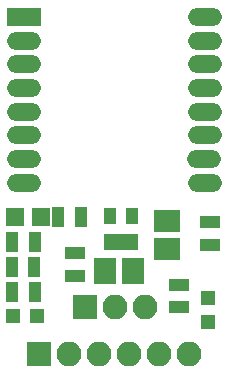
<source format=gbr>
G04 #@! TF.FileFunction,Soldermask,Top*
%FSLAX46Y46*%
G04 Gerber Fmt 4.6, Leading zero omitted, Abs format (unit mm)*
G04 Created by KiCad (PCBNEW 4.0.7) date 12/19/17 15:23:22*
%MOMM*%
%LPD*%
G01*
G04 APERTURE LIST*
%ADD10C,0.100000*%
%ADD11R,2.900000X1.500000*%
%ADD12O,2.900000X1.500000*%
%ADD13R,1.100000X1.700000*%
%ADD14R,1.300000X1.200000*%
%ADD15R,1.200000X1.300000*%
%ADD16R,2.100000X2.100000*%
%ADD17O,2.100000X2.100000*%
%ADD18R,1.050000X1.460000*%
%ADD19R,2.200000X1.950000*%
%ADD20R,1.950000X2.200000*%
%ADD21R,1.600000X1.600000*%
%ADD22R,1.700000X1.100000*%
G04 APERTURE END LIST*
D10*
D11*
X141703601Y-93074401D03*
D12*
X141703601Y-95074401D03*
X141703601Y-97074401D03*
X141703601Y-99074401D03*
X141703601Y-101074401D03*
X141703601Y-103074401D03*
X141703601Y-105074401D03*
X141703601Y-107074401D03*
X157103601Y-107074401D03*
X157003601Y-105074401D03*
X157103601Y-103074401D03*
X157103601Y-101074401D03*
X157103601Y-99074401D03*
X157103601Y-97074401D03*
X157103601Y-95074401D03*
X157103601Y-93074401D03*
D13*
X140721040Y-114223800D03*
X142621040Y-114223800D03*
D14*
X157353000Y-118906000D03*
X157353000Y-116806000D03*
D15*
X140773440Y-118381780D03*
X142873440Y-118381780D03*
D16*
X146880580Y-117599460D03*
D17*
X149420580Y-117599460D03*
X151960580Y-117599460D03*
D16*
X143002000Y-121559320D03*
D17*
X145542000Y-121559320D03*
X148082000Y-121559320D03*
X150622000Y-121559320D03*
X153162000Y-121559320D03*
X155702000Y-121559320D03*
D18*
X148996360Y-112138640D03*
X149946360Y-112138640D03*
X150896360Y-112138640D03*
X150896360Y-109938640D03*
X148996360Y-109938640D03*
D19*
X153863040Y-110336080D03*
X153863040Y-112686080D03*
D20*
X148603720Y-114574320D03*
X150953720Y-114574320D03*
D21*
X140977440Y-109992160D03*
X143177440Y-109992160D03*
D13*
X140736280Y-116311680D03*
X142636280Y-116311680D03*
X144630100Y-109994700D03*
X146530100Y-109994700D03*
D22*
X146090640Y-114975680D03*
X146090640Y-113075680D03*
D13*
X140736280Y-112135920D03*
X142636280Y-112135920D03*
D22*
X157480000Y-112329000D03*
X157480000Y-110429000D03*
X154838400Y-115747760D03*
X154838400Y-117647760D03*
M02*

</source>
